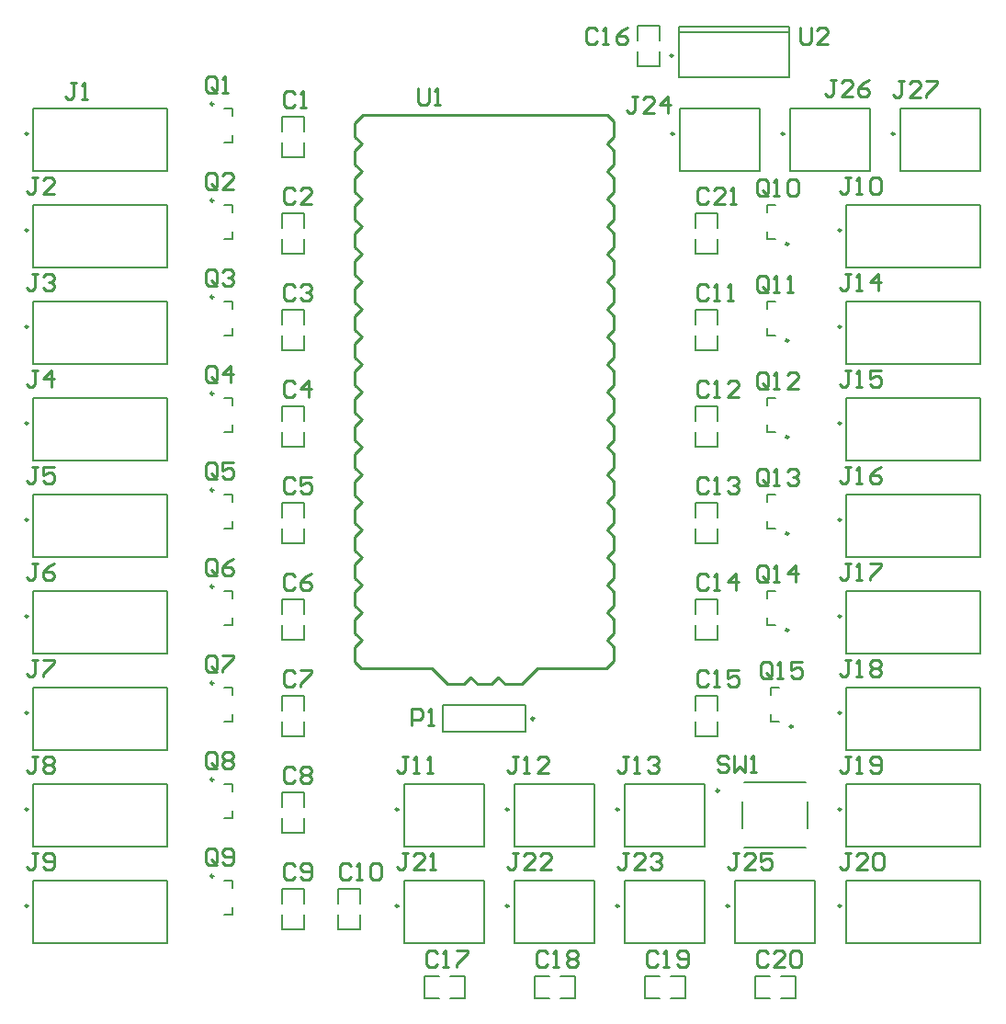
<source format=gto>
G04*
G04 #@! TF.GenerationSoftware,Altium Limited,Altium Designer,22.0.2 (36)*
G04*
G04 Layer_Color=65535*
%FSLAX25Y25*%
%MOIN*%
G70*
G04*
G04 #@! TF.SameCoordinates,D3D46FE2-1C8D-4EF8-A088-ECFC07646440*
G04*
G04*
G04 #@! TF.FilePolarity,Positive*
G04*
G01*
G75*
%ADD10C,0.00984*%
%ADD11C,0.00787*%
%ADD12C,0.01000*%
D10*
X250354Y360000D02*
G03*
X250354Y360000I-492J0D01*
G01*
X267126Y93358D02*
G03*
X267126Y93358I-492J0D01*
G01*
X200051Y119500D02*
G03*
X200051Y119500I-492J0D01*
G01*
X330768Y331567D02*
G03*
X330768Y331567I-492J0D01*
G01*
X293823Y116626D02*
G03*
X293823Y116626I-492J0D01*
G01*
X292323Y151626D02*
G03*
X292323Y151626I-492J0D01*
G01*
Y186626D02*
G03*
X292323Y186626I-492J0D01*
G01*
Y221626D02*
G03*
X292323Y221626I-492J0D01*
G01*
Y256626D02*
G03*
X292323Y256626I-492J0D01*
G01*
X292323Y291626D02*
G03*
X292323Y291626I-492J0D01*
G01*
X83661Y62374D02*
G03*
X83661Y62374I-492J0D01*
G01*
Y97374D02*
G03*
X83661Y97374I-492J0D01*
G01*
Y132374D02*
G03*
X83661Y132374I-492J0D01*
G01*
Y167374D02*
G03*
X83661Y167374I-492J0D01*
G01*
X83661Y202374D02*
G03*
X83661Y202374I-492J0D01*
G01*
X83661Y237374D02*
G03*
X83661Y237374I-492J0D01*
G01*
Y272374D02*
G03*
X83661Y272374I-492J0D01*
G01*
X83661Y307374D02*
G03*
X83661Y307374I-492J0D01*
G01*
X83661Y342374D02*
G03*
X83661Y342374I-492J0D01*
G01*
X290768Y331567D02*
G03*
X290768Y331567I-492J0D01*
G01*
X270768Y51567D02*
G03*
X270768Y51567I-492J0D01*
G01*
X250768Y331567D02*
G03*
X250768Y331567I-492J0D01*
G01*
X230768Y51567D02*
G03*
X230768Y51567I-492J0D01*
G01*
X190768D02*
G03*
X190768Y51567I-492J0D01*
G01*
X150768D02*
G03*
X150768Y51567I-492J0D01*
G01*
X311417Y51567D02*
G03*
X311417Y51567I-492J0D01*
G01*
Y86567D02*
G03*
X311417Y86567I-492J0D01*
G01*
X311417Y121567D02*
G03*
X311417Y121567I-492J0D01*
G01*
Y156567D02*
G03*
X311417Y156567I-492J0D01*
G01*
X311417Y191567D02*
G03*
X311417Y191567I-492J0D01*
G01*
Y226567D02*
G03*
X311417Y226567I-492J0D01*
G01*
X311417Y261567D02*
G03*
X311417Y261567I-492J0D01*
G01*
X230768Y86567D02*
G03*
X230768Y86567I-492J0D01*
G01*
X190768D02*
G03*
X190768Y86567I-492J0D01*
G01*
X150768D02*
G03*
X150768Y86567I-492J0D01*
G01*
X311417Y296567D02*
G03*
X311417Y296567I-492J0D01*
G01*
X16417Y51567D02*
G03*
X16417Y51567I-492J0D01*
G01*
Y86567D02*
G03*
X16417Y86567I-492J0D01*
G01*
Y121567D02*
G03*
X16417Y121567I-492J0D01*
G01*
X16417Y156567D02*
G03*
X16417Y156567I-492J0D01*
G01*
Y191567D02*
G03*
X16417Y191567I-492J0D01*
G01*
Y226567D02*
G03*
X16417Y226567I-492J0D01*
G01*
X16417Y261567D02*
G03*
X16417Y261567I-492J0D01*
G01*
X16417Y296567D02*
G03*
X16417Y296567I-492J0D01*
G01*
X16417Y331567D02*
G03*
X16417Y331567I-492J0D01*
G01*
D11*
X266500Y297468D02*
Y302800D01*
Y288100D02*
Y293531D01*
X258563Y302850D02*
X266437D01*
X258500Y297468D02*
Y302800D01*
X258563Y288100D02*
X266437D01*
X258500D02*
Y293531D01*
X289469Y26000D02*
X294900D01*
X289469Y18000D02*
X294900D01*
Y18063D02*
Y25937D01*
X280200Y26000D02*
X285531D01*
X280200Y18000D02*
X285531D01*
X280150Y18063D02*
Y25937D01*
X249468Y26000D02*
X254900D01*
X249468Y18000D02*
X254900D01*
Y18063D02*
Y25937D01*
X240200Y26000D02*
X245532D01*
X240200Y18000D02*
X245532D01*
X240150Y18063D02*
Y25937D01*
X209469Y26000D02*
X214900D01*
X209469Y18000D02*
X214900D01*
Y18063D02*
Y25937D01*
X200200Y26000D02*
X205532D01*
X200200Y18000D02*
X205532D01*
X200150Y18063D02*
Y25937D01*
X169468Y26000D02*
X174900D01*
X169468Y18000D02*
X174900D01*
Y18063D02*
Y25937D01*
X160200Y26000D02*
X165532D01*
X160200Y18000D02*
X165532D01*
X160150Y18063D02*
Y25937D01*
X266500Y157468D02*
Y162800D01*
Y148100D02*
Y153532D01*
X258563Y162850D02*
X266437D01*
X258500Y157468D02*
Y162800D01*
X258563Y148100D02*
X266437D01*
X258500D02*
Y153532D01*
X266500Y227468D02*
Y232800D01*
Y218100D02*
Y223532D01*
X258563Y232850D02*
X266437D01*
X258500Y227468D02*
Y232800D01*
X258563Y218100D02*
X266437D01*
X258500D02*
Y223532D01*
X137000Y52469D02*
Y57800D01*
Y43100D02*
Y48531D01*
X129063Y57850D02*
X136937D01*
X129000Y52469D02*
Y57800D01*
X129063Y43100D02*
X136937D01*
X129000D02*
Y48531D01*
X116500Y87468D02*
Y92800D01*
Y78100D02*
Y83531D01*
X108563Y92850D02*
X116437D01*
X108500Y87468D02*
Y92800D01*
X108563Y78100D02*
X116437D01*
X108500D02*
Y83531D01*
X116500Y157468D02*
Y162800D01*
Y148100D02*
Y153532D01*
X108563Y162850D02*
X116437D01*
X108500Y157468D02*
Y162800D01*
X108563Y148100D02*
X116437D01*
X108500D02*
Y153532D01*
X116500Y227468D02*
Y232800D01*
Y218100D02*
Y223532D01*
X108563Y232850D02*
X116437D01*
X108500Y227468D02*
Y232800D01*
X108563Y218100D02*
X116437D01*
X108500D02*
Y223532D01*
X116500Y297468D02*
Y302800D01*
Y288100D02*
Y293531D01*
X108563Y302850D02*
X116437D01*
X108500Y297468D02*
Y302800D01*
X108563Y288100D02*
X116437D01*
X108500D02*
Y293531D01*
X245500Y365469D02*
Y370800D01*
Y356100D02*
Y361531D01*
X237563Y370850D02*
X245437D01*
X237500Y365469D02*
Y370800D01*
X237563Y356100D02*
X245437D01*
X237500D02*
Y361531D01*
X292579Y351969D02*
Y370472D01*
X252421D02*
X292579D01*
X252421Y368504D02*
X292579D01*
X252421Y351969D02*
X292579D01*
X252421D02*
Y370472D01*
X266500Y262469D02*
Y267800D01*
Y253100D02*
Y258531D01*
X258563Y267850D02*
X266437D01*
X258500Y262469D02*
Y267800D01*
X258563Y253100D02*
X266437D01*
X258500D02*
Y258531D01*
X276378Y96311D02*
X298622D01*
X299311Y79677D02*
Y89323D01*
X275689Y79677D02*
Y89323D01*
X276378Y72689D02*
X298622D01*
X266500Y122468D02*
Y127800D01*
Y113100D02*
Y118532D01*
X258563Y127850D02*
X266437D01*
X258500Y122468D02*
Y127800D01*
X258563Y113100D02*
X266437D01*
X258500D02*
Y118532D01*
X266500Y192469D02*
Y197800D01*
Y183100D02*
Y188531D01*
X258563Y197850D02*
X266437D01*
X258500Y192469D02*
Y197800D01*
X258563Y183100D02*
X266437D01*
X258500D02*
Y188531D01*
X116500Y52469D02*
Y57800D01*
Y43100D02*
Y48531D01*
X108563Y57850D02*
X116437D01*
X108500Y52469D02*
Y57800D01*
X108563Y43100D02*
X116437D01*
X108500D02*
Y48531D01*
X116500Y122468D02*
Y127800D01*
Y113100D02*
Y118532D01*
X108563Y127850D02*
X116437D01*
X108500Y122468D02*
Y127800D01*
X108563Y113100D02*
X116437D01*
X108500D02*
Y118532D01*
X116500Y192469D02*
Y197800D01*
Y183100D02*
Y188531D01*
X108563Y197850D02*
X116437D01*
X108500Y192469D02*
Y197800D01*
X108563Y183100D02*
X116437D01*
X108500D02*
Y188531D01*
X116500Y262469D02*
Y267800D01*
Y253100D02*
Y258531D01*
X108563Y267850D02*
X116437D01*
X108500Y262469D02*
Y267800D01*
X108563Y253100D02*
X116437D01*
X108500D02*
Y258531D01*
X116500Y332469D02*
Y337800D01*
Y323100D02*
Y328532D01*
X108563Y337850D02*
X116437D01*
X108500Y332469D02*
Y337800D01*
X108563Y323100D02*
X116437D01*
X108500D02*
Y328532D01*
X197000Y114598D02*
Y124402D01*
X167000D02*
X197000D01*
X167000Y114598D02*
X197000D01*
X167000D02*
Y124402D01*
X332933Y340819D02*
X362067D01*
Y318181D02*
Y340819D01*
X332933Y318181D02*
Y340819D01*
Y318181D02*
X362067D01*
X286047Y130602D02*
X289051D01*
X286047Y128043D02*
Y130602D01*
Y118398D02*
X289051D01*
X286047D02*
Y120957D01*
X284547Y165602D02*
X287551D01*
X284547Y163043D02*
Y165602D01*
Y153398D02*
X287551D01*
X284547D02*
Y155957D01*
Y200602D02*
X287551D01*
X284547Y198043D02*
Y200602D01*
Y188398D02*
X287551D01*
X284547D02*
Y190957D01*
Y235602D02*
X287551D01*
X284547Y233043D02*
Y235602D01*
Y223398D02*
X287551D01*
X284547D02*
Y225957D01*
Y270602D02*
X287551D01*
X284547Y268043D02*
Y270602D01*
Y258398D02*
X287551D01*
X284547D02*
Y260957D01*
Y305602D02*
X287551D01*
X284547D02*
X284547Y303043D01*
X284547Y293398D02*
X287551D01*
X284547D02*
X284547Y295957D01*
X90453Y58043D02*
Y60602D01*
X87449D02*
X90453D01*
Y48398D02*
Y50957D01*
X87449Y48398D02*
X90453D01*
Y93043D02*
Y95602D01*
X87449D02*
X90453D01*
Y83398D02*
Y85957D01*
X87449Y83398D02*
X90453D01*
Y128043D02*
Y130602D01*
X87449D02*
X90453D01*
Y118398D02*
Y120957D01*
X87449Y118398D02*
X90453D01*
Y163043D02*
Y165602D01*
X87449D02*
X90453D01*
Y153398D02*
Y155957D01*
X87449Y153398D02*
X90453D01*
Y198043D02*
Y200602D01*
X87449D02*
X90453D01*
Y188398D02*
Y190957D01*
X87449Y188398D02*
X90453D01*
Y233043D02*
Y235602D01*
X87449D02*
X90453D01*
Y223398D02*
Y225957D01*
X87449Y223398D02*
X90453D01*
Y268043D02*
Y270602D01*
X87449D02*
X90453D01*
Y258398D02*
Y260957D01*
X87449Y258398D02*
X90453D01*
X90453Y303043D02*
X90453Y305602D01*
X87449D02*
X90453D01*
X90453Y295957D02*
X90453Y293398D01*
X87449D02*
X90453D01*
Y338043D02*
Y340602D01*
X87449D02*
X90453D01*
Y328398D02*
Y330957D01*
X87449Y328398D02*
X90453D01*
X292933Y340819D02*
X322067D01*
Y318181D02*
Y340819D01*
X292933Y318181D02*
Y340819D01*
Y318181D02*
X322067D01*
X272933Y60819D02*
X302067D01*
Y38181D02*
Y60819D01*
X272933Y38181D02*
Y60819D01*
Y38181D02*
X302067D01*
X252933Y340819D02*
X282067D01*
Y318181D02*
Y340819D01*
X252933Y318181D02*
Y340819D01*
Y318181D02*
X282067D01*
X232933Y60819D02*
X262067D01*
Y38181D02*
Y60819D01*
X232933Y38181D02*
Y60819D01*
Y38181D02*
X262067D01*
X192933Y60819D02*
X222067D01*
Y38181D02*
Y60819D01*
X192933Y38181D02*
Y60819D01*
Y38181D02*
X222067D01*
X152933Y60819D02*
X182067D01*
Y38181D02*
Y60819D01*
X152933Y38181D02*
Y60819D01*
Y38181D02*
X182067D01*
X361909Y38181D02*
X361910Y60819D01*
X313090Y38181D02*
X361909Y38181D01*
X313090Y60819D02*
X361910D01*
X313090D02*
X313090Y38181D01*
X361909Y73181D02*
X361910Y95819D01*
X313090Y73181D02*
X361909Y73181D01*
X313090Y95819D02*
X361910D01*
X313090D02*
X313090Y73181D01*
X313090Y130819D02*
X361910D01*
X361909Y108181D02*
X361910Y130819D01*
X313090Y108181D02*
X361909Y108181D01*
X313090Y108181D02*
Y130819D01*
Y165819D02*
X361910D01*
X361909Y143181D02*
X361910Y165819D01*
X313090Y143181D02*
X361909Y143181D01*
X313090Y143181D02*
Y165819D01*
Y200819D02*
X361909Y200819D01*
X361910Y178181D01*
X313090D02*
Y200819D01*
Y178181D02*
X361910D01*
X313090Y235819D02*
X361909Y235819D01*
X361910Y213181D01*
X313090D02*
X361910D01*
X313090D02*
Y235819D01*
X313090Y270819D02*
X361910D01*
Y248181D02*
Y270819D01*
X313090Y248181D02*
Y270819D01*
Y248181D02*
X361910Y248181D01*
X232933Y95819D02*
X262067D01*
Y73181D02*
Y95819D01*
X232933Y73181D02*
Y95819D01*
Y73181D02*
X262067D01*
X192933Y95819D02*
X222067D01*
Y73181D02*
Y95819D01*
X192933Y73181D02*
Y95819D01*
Y73181D02*
X222067D01*
X152933Y95819D02*
X182067D01*
Y73181D02*
Y95819D01*
X152933Y73181D02*
Y95819D01*
Y73181D02*
X182067D01*
X361910Y305819D02*
X361910Y283181D01*
X313090Y283181D02*
Y305819D01*
Y283181D02*
X361910Y283181D01*
X313090Y305819D02*
X361910Y305819D01*
X66909Y60819D02*
X66909Y38181D01*
X18090Y38181D02*
Y60819D01*
Y38181D02*
X66909Y38181D01*
X18090Y60819D02*
X66909Y60819D01*
Y73181D02*
X66909Y95819D01*
X18090Y73181D02*
Y95819D01*
Y73181D02*
X66909Y73181D01*
X18090Y95819D02*
X66909Y95819D01*
X66909Y108181D02*
X66909Y130819D01*
X18090Y108181D02*
Y130819D01*
Y108181D02*
X66909Y108181D01*
X18090Y130819D02*
X66909Y130819D01*
X18090Y143181D02*
X66909Y143181D01*
Y165819D01*
X18090Y165819D02*
X66909Y165819D01*
X18090Y143181D02*
Y165819D01*
Y178181D02*
X66909Y178181D01*
X18090Y178181D02*
Y200819D01*
X66909Y178181D02*
Y200819D01*
X18090Y200819D02*
X66909Y200819D01*
X18090Y213181D02*
X66909Y213181D01*
Y235819D01*
X18090Y235819D02*
X66909Y235819D01*
X18090Y213181D02*
Y235819D01*
X66909Y270819D02*
X66909Y248181D01*
X18090Y248181D02*
Y270819D01*
Y248181D02*
X66909Y248181D01*
X18090Y270819D02*
X66909Y270819D01*
X66909Y305819D02*
X66909Y283181D01*
X18090Y283181D02*
Y305819D01*
Y283181D02*
X66909Y283181D01*
X18090Y305819D02*
X66909Y305819D01*
X66909Y318181D02*
Y340819D01*
X18090Y318181D02*
Y340819D01*
Y318181D02*
X66909D01*
X18090Y340819D02*
X66909Y340819D01*
D12*
X184500Y132000D02*
X187000Y134500D01*
X177000D02*
X179500Y132000D01*
X189500D02*
X195500D01*
X187000Y134500D02*
X189500Y132000D01*
X168500D02*
X174500D01*
X177000Y134500D01*
X179500Y132000D02*
X184500D01*
X201150Y137650D02*
X223287D01*
X195500Y132000D02*
X201150Y137650D01*
X137350D02*
X162850D01*
X168500Y132000D01*
X223287Y137650D02*
X226150D01*
X137937Y338437D02*
X140610D01*
X135000Y330500D02*
X137500Y328000D01*
X135000Y325500D02*
X137500Y328000D01*
X135000Y335500D02*
X137937Y338437D01*
X135000Y330500D02*
Y335500D01*
Y210500D02*
Y215500D01*
X137500Y218000D01*
X135000Y220500D02*
Y225500D01*
Y230500D02*
X137500Y228000D01*
X135000Y210500D02*
X137500Y208000D01*
X135000Y230500D02*
Y235500D01*
Y220500D02*
X137500Y218000D01*
X135000Y235500D02*
X137500Y238000D01*
X135000Y225500D02*
X137500Y228000D01*
X135000Y205500D02*
X137500Y208000D01*
X135000Y320500D02*
Y325500D01*
Y320500D02*
X137500Y318000D01*
X135000Y315500D02*
X137500Y318000D01*
X135000Y285500D02*
X137500Y288000D01*
X135000Y290500D02*
Y295500D01*
Y300500D02*
X137500Y298000D01*
X135000Y310500D02*
X137500Y308000D01*
X135000Y300500D02*
Y305500D01*
Y310500D02*
Y315500D01*
Y290500D02*
X137500Y288000D01*
X135000Y305500D02*
X137500Y308000D01*
X135000Y295500D02*
X137500Y298000D01*
X135000Y280500D02*
Y285500D01*
Y240500D02*
X137500Y238000D01*
X135000Y245500D02*
X137500Y248000D01*
X135000Y250500D02*
Y255500D01*
Y240500D02*
Y245500D01*
Y250500D02*
X137500Y248000D01*
X135000Y255500D02*
X137500Y258000D01*
X135000Y170500D02*
X137500Y168000D01*
X135000Y180500D02*
X137500Y178000D01*
X135000Y195500D02*
X137500Y198000D01*
X135000Y200500D02*
Y205500D01*
Y190500D02*
Y195500D01*
Y180500D02*
Y185500D01*
Y200500D02*
X137500Y198000D01*
X135000Y170500D02*
Y175500D01*
Y165500D02*
X137500Y168000D01*
X135000Y185500D02*
X137500Y188000D01*
X135000Y190500D02*
X137500Y188000D01*
X135000Y175500D02*
X137500Y178000D01*
X135000Y140000D02*
Y145500D01*
Y150500D02*
X137500Y148000D01*
X135000Y160500D02*
X137500Y158000D01*
X135000Y150500D02*
Y155500D01*
Y145500D02*
X137500Y148000D01*
X135000Y140000D02*
X137350Y137650D01*
X135000Y155500D02*
X137500Y158000D01*
X135000Y160500D02*
Y165500D01*
Y265500D02*
X137500Y268000D01*
X135000Y270500D02*
Y275500D01*
X137500Y278000D01*
X135000Y260500D02*
X137500Y258000D01*
X135000Y260500D02*
Y265500D01*
Y270500D02*
X137500Y268000D01*
X135000Y280500D02*
X137500Y278000D01*
X226468Y147968D02*
X228969Y145468D01*
X226468Y147968D02*
X228969Y150469D01*
X226150Y137650D02*
X228969Y140469D01*
Y145468D01*
Y260469D02*
Y265469D01*
X226468Y257968D02*
X228969Y260469D01*
Y250468D02*
Y255469D01*
X226468Y247969D02*
X228969Y245468D01*
X226468Y267969D02*
X228969Y265469D01*
Y240469D02*
Y245468D01*
X226468Y257968D02*
X228969Y255469D01*
X226468Y237968D02*
X228969Y240469D01*
X226468Y247969D02*
X228969Y250468D01*
X226468Y267969D02*
X228969Y270468D01*
Y150469D02*
Y155468D01*
X226468Y157968D02*
X228969Y155468D01*
X226468Y157968D02*
X228969Y160468D01*
X226468Y187969D02*
X228969Y190469D01*
Y180468D02*
Y185468D01*
X226468Y177969D02*
X228969Y175469D01*
X226468Y167968D02*
X228969Y165469D01*
Y170468D02*
X228969Y175469D01*
X228969Y160468D02*
Y165469D01*
X226468Y187969D02*
X228969Y185468D01*
X226468Y167968D02*
X228969Y170468D01*
X226468Y177969D02*
X228969Y180468D01*
Y190469D02*
Y195468D01*
X226468Y237968D02*
X228969Y235469D01*
X226468Y227969D02*
X228969Y230469D01*
Y220468D02*
X228969Y225468D01*
X228969Y230469D02*
Y235469D01*
X226468Y227969D02*
X228969Y225468D01*
X226468Y217969D02*
X228969Y220468D01*
X226468Y307968D02*
X228969Y305469D01*
X226468Y297969D02*
X228969Y295468D01*
X226468Y277969D02*
X228969Y280469D01*
Y270468D02*
Y275468D01*
Y280469D02*
Y285469D01*
Y295468D02*
X228969Y290469D01*
X226468Y277969D02*
X228969Y275468D01*
Y300468D02*
Y305469D01*
X226468Y307968D02*
X228969Y310469D01*
X226468Y287968D02*
X228969Y290469D01*
X226468Y287968D02*
X228969Y285469D01*
X226468Y297969D02*
X228969Y300468D01*
X226468Y327969D02*
X228969Y325468D01*
X226468Y317969D02*
X228969Y315469D01*
X228969Y320468D02*
Y325468D01*
X226468Y327969D02*
X228969Y330469D01*
X226468Y317969D02*
X228969Y320468D01*
Y310469D02*
X228969Y315469D01*
X226468Y207968D02*
X228969Y210469D01*
Y205469D02*
X228969Y200468D01*
X226468Y197968D02*
X228969Y200468D01*
X226468Y217969D02*
X228969Y215469D01*
Y210469D02*
Y215469D01*
X226468Y207968D02*
X228969Y205469D01*
X226468Y197968D02*
X228969Y195468D01*
Y330469D02*
Y335968D01*
X140610Y338437D02*
X226500D01*
X228969Y335968D01*
X263099Y311198D02*
X262099Y312198D01*
X260100D01*
X259100Y311198D01*
Y307200D01*
X260100Y306200D01*
X262099D01*
X263099Y307200D01*
X269097Y306200D02*
X265098D01*
X269097Y310199D01*
Y311198D01*
X268097Y312198D01*
X266098D01*
X265098Y311198D01*
X271096Y306200D02*
X273095D01*
X272096D01*
Y312198D01*
X271096Y311198D01*
X284799Y34398D02*
X283799Y35398D01*
X281800D01*
X280800Y34398D01*
Y30400D01*
X281800Y29400D01*
X283799D01*
X284799Y30400D01*
X290797Y29400D02*
X286798D01*
X290797Y33399D01*
Y34398D01*
X289797Y35398D01*
X287798D01*
X286798Y34398D01*
X292796D02*
X293796Y35398D01*
X295795D01*
X296795Y34398D01*
Y30400D01*
X295795Y29400D01*
X293796D01*
X292796Y30400D01*
Y34398D01*
X244799D02*
X243799Y35398D01*
X241800D01*
X240800Y34398D01*
Y30400D01*
X241800Y29400D01*
X243799D01*
X244799Y30400D01*
X246798Y29400D02*
X248797D01*
X247798D01*
Y35398D01*
X246798Y34398D01*
X251796Y30400D02*
X252796Y29400D01*
X254796D01*
X255795Y30400D01*
Y34398D01*
X254796Y35398D01*
X252796D01*
X251796Y34398D01*
Y33399D01*
X252796Y32399D01*
X255795D01*
X204799Y34398D02*
X203799Y35398D01*
X201800D01*
X200800Y34398D01*
Y30400D01*
X201800Y29400D01*
X203799D01*
X204799Y30400D01*
X206798Y29400D02*
X208797D01*
X207798D01*
Y35398D01*
X206798Y34398D01*
X211796D02*
X212796Y35398D01*
X214795D01*
X215795Y34398D01*
Y33399D01*
X214795Y32399D01*
X215795Y31399D01*
Y30400D01*
X214795Y29400D01*
X212796D01*
X211796Y30400D01*
Y31399D01*
X212796Y32399D01*
X211796Y33399D01*
Y34398D01*
X212796Y32399D02*
X214795D01*
X164799Y34398D02*
X163799Y35398D01*
X161800D01*
X160800Y34398D01*
Y30400D01*
X161800Y29400D01*
X163799D01*
X164799Y30400D01*
X166798Y29400D02*
X168797D01*
X167798D01*
Y35398D01*
X166798Y34398D01*
X171796Y35398D02*
X175795D01*
Y34398D01*
X171796Y30400D01*
Y29400D01*
X263099Y171198D02*
X262099Y172198D01*
X260100D01*
X259100Y171198D01*
Y167200D01*
X260100Y166200D01*
X262099D01*
X263099Y167200D01*
X265098Y166200D02*
X267097D01*
X266098D01*
Y172198D01*
X265098Y171198D01*
X273095Y166200D02*
Y172198D01*
X270096Y169199D01*
X274095D01*
X263099Y241198D02*
X262099Y242198D01*
X260100D01*
X259100Y241198D01*
Y237200D01*
X260100Y236200D01*
X262099D01*
X263099Y237200D01*
X265098Y236200D02*
X267097D01*
X266098D01*
Y242198D01*
X265098Y241198D01*
X274095Y236200D02*
X270096D01*
X274095Y240199D01*
Y241198D01*
X273095Y242198D01*
X271096D01*
X270096Y241198D01*
X133599Y66198D02*
X132599Y67198D01*
X130600D01*
X129600Y66198D01*
Y62200D01*
X130600Y61200D01*
X132599D01*
X133599Y62200D01*
X135598Y61200D02*
X137597D01*
X136598D01*
Y67198D01*
X135598Y66198D01*
X140596D02*
X141596Y67198D01*
X143596D01*
X144595Y66198D01*
Y62200D01*
X143596Y61200D01*
X141596D01*
X140596Y62200D01*
Y66198D01*
X113099Y101198D02*
X112099Y102198D01*
X110100D01*
X109100Y101198D01*
Y97200D01*
X110100Y96200D01*
X112099D01*
X113099Y97200D01*
X115098Y101198D02*
X116098Y102198D01*
X118097D01*
X119097Y101198D01*
Y100199D01*
X118097Y99199D01*
X119097Y98199D01*
Y97200D01*
X118097Y96200D01*
X116098D01*
X115098Y97200D01*
Y98199D01*
X116098Y99199D01*
X115098Y100199D01*
Y101198D01*
X116098Y99199D02*
X118097D01*
X113099Y171198D02*
X112099Y172198D01*
X110100D01*
X109100Y171198D01*
Y167200D01*
X110100Y166200D01*
X112099D01*
X113099Y167200D01*
X119097Y172198D02*
X117097Y171198D01*
X115098Y169199D01*
Y167200D01*
X116098Y166200D01*
X118097D01*
X119097Y167200D01*
Y168199D01*
X118097Y169199D01*
X115098D01*
X113099Y241198D02*
X112099Y242198D01*
X110100D01*
X109100Y241198D01*
Y237200D01*
X110100Y236200D01*
X112099D01*
X113099Y237200D01*
X118097Y236200D02*
Y242198D01*
X115098Y239199D01*
X119097D01*
X113099Y311198D02*
X112099Y312198D01*
X110100D01*
X109100Y311198D01*
Y307200D01*
X110100Y306200D01*
X112099D01*
X113099Y307200D01*
X119097Y306200D02*
X115098D01*
X119097Y310199D01*
Y311198D01*
X118097Y312198D01*
X116098D01*
X115098Y311198D01*
X223001Y368999D02*
X222002Y369999D01*
X220002D01*
X219002Y368999D01*
Y365001D01*
X220002Y364001D01*
X222002D01*
X223001Y365001D01*
X225001Y364001D02*
X227000D01*
X226000D01*
Y369999D01*
X225001Y368999D01*
X233998Y369999D02*
X231998Y368999D01*
X229999Y367000D01*
Y365001D01*
X230998Y364001D01*
X232998D01*
X233998Y365001D01*
Y366000D01*
X232998Y367000D01*
X229999D01*
X296502Y369999D02*
Y365001D01*
X297501Y364001D01*
X299501D01*
X300500Y365001D01*
Y369999D01*
X306498Y364001D02*
X302500D01*
X306498Y368000D01*
Y368999D01*
X305499Y369999D01*
X303499D01*
X302500Y368999D01*
X263099Y276198D02*
X262099Y277198D01*
X260100D01*
X259100Y276198D01*
Y272200D01*
X260100Y271200D01*
X262099D01*
X263099Y272200D01*
X265098Y271200D02*
X267097D01*
X266098D01*
Y277198D01*
X265098Y276198D01*
X270096Y271200D02*
X272096D01*
X271096D01*
Y277198D01*
X270096Y276198D01*
X270599Y105098D02*
X269599Y106098D01*
X267600D01*
X266600Y105098D01*
Y104099D01*
X267600Y103099D01*
X269599D01*
X270599Y102099D01*
Y101100D01*
X269599Y100100D01*
X267600D01*
X266600Y101100D01*
X272598Y106098D02*
Y100100D01*
X274597Y102099D01*
X276597Y100100D01*
Y106098D01*
X278596Y100100D02*
X280595D01*
X279596D01*
Y106098D01*
X278596Y105098D01*
X263099Y136198D02*
X262099Y137198D01*
X260100D01*
X259100Y136198D01*
Y132200D01*
X260100Y131200D01*
X262099D01*
X263099Y132200D01*
X265098Y131200D02*
X267097D01*
X266098D01*
Y137198D01*
X265098Y136198D01*
X274095Y137198D02*
X270096D01*
Y134199D01*
X272096Y135199D01*
X273095D01*
X274095Y134199D01*
Y132200D01*
X273095Y131200D01*
X271096D01*
X270096Y132200D01*
X263099Y206198D02*
X262099Y207198D01*
X260100D01*
X259100Y206198D01*
Y202200D01*
X260100Y201200D01*
X262099D01*
X263099Y202200D01*
X265098Y201200D02*
X267097D01*
X266098D01*
Y207198D01*
X265098Y206198D01*
X270096D02*
X271096Y207198D01*
X273095D01*
X274095Y206198D01*
Y205199D01*
X273095Y204199D01*
X272096D01*
X273095D01*
X274095Y203199D01*
Y202200D01*
X273095Y201200D01*
X271096D01*
X270096Y202200D01*
X113099Y66198D02*
X112099Y67198D01*
X110100D01*
X109100Y66198D01*
Y62200D01*
X110100Y61200D01*
X112099D01*
X113099Y62200D01*
X115098D02*
X116098Y61200D01*
X118097D01*
X119097Y62200D01*
Y66198D01*
X118097Y67198D01*
X116098D01*
X115098Y66198D01*
Y65199D01*
X116098Y64199D01*
X119097D01*
X113099Y136198D02*
X112099Y137198D01*
X110100D01*
X109100Y136198D01*
Y132200D01*
X110100Y131200D01*
X112099D01*
X113099Y132200D01*
X115098Y137198D02*
X119097D01*
Y136198D01*
X115098Y132200D01*
Y131200D01*
X113099Y206198D02*
X112099Y207198D01*
X110100D01*
X109100Y206198D01*
Y202200D01*
X110100Y201200D01*
X112099D01*
X113099Y202200D01*
X119097Y207198D02*
X115098D01*
Y204199D01*
X117097Y205199D01*
X118097D01*
X119097Y204199D01*
Y202200D01*
X118097Y201200D01*
X116098D01*
X115098Y202200D01*
X113099Y276198D02*
X112099Y277198D01*
X110100D01*
X109100Y276198D01*
Y272200D01*
X110100Y271200D01*
X112099D01*
X113099Y272200D01*
X115098Y276198D02*
X116098Y277198D01*
X118097D01*
X119097Y276198D01*
Y275199D01*
X118097Y274199D01*
X117097D01*
X118097D01*
X119097Y273199D01*
Y272200D01*
X118097Y271200D01*
X116098D01*
X115098Y272200D01*
X113099Y346198D02*
X112099Y347198D01*
X110100D01*
X109100Y346198D01*
Y342200D01*
X110100Y341200D01*
X112099D01*
X113099Y342200D01*
X115098Y341200D02*
X117097D01*
X116098D01*
Y347198D01*
X115098Y346198D01*
X155501Y117001D02*
Y122999D01*
X158500D01*
X159500Y121999D01*
Y120000D01*
X158500Y119000D01*
X155501D01*
X161499Y117001D02*
X163499D01*
X162499D01*
Y122999D01*
X161499Y121999D01*
X334299Y350598D02*
X332299D01*
X333299D01*
Y345600D01*
X332299Y344600D01*
X331300D01*
X330300Y345600D01*
X340297Y344600D02*
X336298D01*
X340297Y348599D01*
Y349598D01*
X339297Y350598D01*
X337298D01*
X336298Y349598D01*
X342296Y350598D02*
X346295D01*
Y349598D01*
X342296Y345600D01*
Y344600D01*
X286399Y135100D02*
Y139098D01*
X285399Y140098D01*
X283400D01*
X282400Y139098D01*
Y135100D01*
X283400Y134100D01*
X285399D01*
X284399Y136099D02*
X286399Y134100D01*
X285399D02*
X286399Y135100D01*
X288398Y134100D02*
X290397D01*
X289398D01*
Y140098D01*
X288398Y139098D01*
X297395Y140098D02*
X293396D01*
Y137099D01*
X295396Y138099D01*
X296395D01*
X297395Y137099D01*
Y135100D01*
X296395Y134100D01*
X294396D01*
X293396Y135100D01*
X284899Y170100D02*
Y174098D01*
X283899Y175098D01*
X281900D01*
X280900Y174098D01*
Y170100D01*
X281900Y169100D01*
X283899D01*
X282899Y171099D02*
X284899Y169100D01*
X283899D02*
X284899Y170100D01*
X286898Y169100D02*
X288897D01*
X287898D01*
Y175098D01*
X286898Y174098D01*
X294896Y169100D02*
Y175098D01*
X291896Y172099D01*
X295895D01*
X284899Y205100D02*
Y209098D01*
X283899Y210098D01*
X281900D01*
X280900Y209098D01*
Y205100D01*
X281900Y204100D01*
X283899D01*
X282899Y206099D02*
X284899Y204100D01*
X283899D02*
X284899Y205100D01*
X286898Y204100D02*
X288897D01*
X287898D01*
Y210098D01*
X286898Y209098D01*
X291896D02*
X292896Y210098D01*
X294896D01*
X295895Y209098D01*
Y208099D01*
X294896Y207099D01*
X293896D01*
X294896D01*
X295895Y206099D01*
Y205100D01*
X294896Y204100D01*
X292896D01*
X291896Y205100D01*
X284899Y240100D02*
Y244098D01*
X283899Y245098D01*
X281900D01*
X280900Y244098D01*
Y240100D01*
X281900Y239100D01*
X283899D01*
X282899Y241099D02*
X284899Y239100D01*
X283899D02*
X284899Y240100D01*
X286898Y239100D02*
X288897D01*
X287898D01*
Y245098D01*
X286898Y244098D01*
X295895Y239100D02*
X291896D01*
X295895Y243099D01*
Y244098D01*
X294896Y245098D01*
X292896D01*
X291896Y244098D01*
X284899Y275100D02*
Y279098D01*
X283899Y280098D01*
X281900D01*
X280900Y279098D01*
Y275100D01*
X281900Y274100D01*
X283899D01*
X282899Y276099D02*
X284899Y274100D01*
X283899D02*
X284899Y275100D01*
X286898Y274100D02*
X288897D01*
X287898D01*
Y280098D01*
X286898Y279098D01*
X291896Y274100D02*
X293896D01*
X292896D01*
Y280098D01*
X291896Y279098D01*
X284899Y310100D02*
Y314098D01*
X283899Y315098D01*
X281900D01*
X280900Y314098D01*
Y310100D01*
X281900Y309100D01*
X283899D01*
X282899Y311099D02*
X284899Y309100D01*
X283899D02*
X284899Y310100D01*
X286898Y309100D02*
X288897D01*
X287898D01*
Y315098D01*
X286898Y314098D01*
X291896D02*
X292896Y315098D01*
X294896D01*
X295895Y314098D01*
Y310100D01*
X294896Y309100D01*
X292896D01*
X291896Y310100D01*
Y314098D01*
X84899Y67400D02*
Y71398D01*
X83899Y72398D01*
X81900D01*
X80900Y71398D01*
Y67400D01*
X81900Y66400D01*
X83899D01*
X82899Y68399D02*
X84899Y66400D01*
X83899D02*
X84899Y67400D01*
X86898D02*
X87898Y66400D01*
X89897D01*
X90897Y67400D01*
Y71398D01*
X89897Y72398D01*
X87898D01*
X86898Y71398D01*
Y70399D01*
X87898Y69399D01*
X90897D01*
X84899Y102400D02*
Y106398D01*
X83899Y107398D01*
X81900D01*
X80900Y106398D01*
Y102400D01*
X81900Y101400D01*
X83899D01*
X82899Y103399D02*
X84899Y101400D01*
X83899D02*
X84899Y102400D01*
X86898Y106398D02*
X87898Y107398D01*
X89897D01*
X90897Y106398D01*
Y105399D01*
X89897Y104399D01*
X90897Y103399D01*
Y102400D01*
X89897Y101400D01*
X87898D01*
X86898Y102400D01*
Y103399D01*
X87898Y104399D01*
X86898Y105399D01*
Y106398D01*
X87898Y104399D02*
X89897D01*
X84899Y137400D02*
Y141398D01*
X83899Y142398D01*
X81900D01*
X80900Y141398D01*
Y137400D01*
X81900Y136400D01*
X83899D01*
X82899Y138399D02*
X84899Y136400D01*
X83899D02*
X84899Y137400D01*
X86898Y142398D02*
X90897D01*
Y141398D01*
X86898Y137400D01*
Y136400D01*
X84899Y172400D02*
Y176398D01*
X83899Y177398D01*
X81900D01*
X80900Y176398D01*
Y172400D01*
X81900Y171400D01*
X83899D01*
X82899Y173399D02*
X84899Y171400D01*
X83899D02*
X84899Y172400D01*
X90897Y177398D02*
X88897Y176398D01*
X86898Y174399D01*
Y172400D01*
X87898Y171400D01*
X89897D01*
X90897Y172400D01*
Y173399D01*
X89897Y174399D01*
X86898D01*
X84899Y207400D02*
Y211398D01*
X83899Y212398D01*
X81900D01*
X80900Y211398D01*
Y207400D01*
X81900Y206400D01*
X83899D01*
X82899Y208399D02*
X84899Y206400D01*
X83899D02*
X84899Y207400D01*
X90897Y212398D02*
X86898D01*
Y209399D01*
X88897Y210399D01*
X89897D01*
X90897Y209399D01*
Y207400D01*
X89897Y206400D01*
X87898D01*
X86898Y207400D01*
X84899Y242400D02*
Y246398D01*
X83899Y247398D01*
X81900D01*
X80900Y246398D01*
Y242400D01*
X81900Y241400D01*
X83899D01*
X82899Y243399D02*
X84899Y241400D01*
X83899D02*
X84899Y242400D01*
X89897Y241400D02*
Y247398D01*
X86898Y244399D01*
X90897D01*
X84899Y277400D02*
Y281398D01*
X83899Y282398D01*
X81900D01*
X80900Y281398D01*
Y277400D01*
X81900Y276400D01*
X83899D01*
X82899Y278399D02*
X84899Y276400D01*
X83899D02*
X84899Y277400D01*
X86898Y281398D02*
X87898Y282398D01*
X89897D01*
X90897Y281398D01*
Y280399D01*
X89897Y279399D01*
X88897D01*
X89897D01*
X90897Y278399D01*
Y277400D01*
X89897Y276400D01*
X87898D01*
X86898Y277400D01*
X84899Y312400D02*
Y316398D01*
X83899Y317398D01*
X81900D01*
X80900Y316398D01*
Y312400D01*
X81900Y311400D01*
X83899D01*
X82899Y313399D02*
X84899Y311400D01*
X83899D02*
X84899Y312400D01*
X90897Y311400D02*
X86898D01*
X90897Y315399D01*
Y316398D01*
X89897Y317398D01*
X87898D01*
X86898Y316398D01*
X84899Y347400D02*
Y351398D01*
X83899Y352398D01*
X81900D01*
X80900Y351398D01*
Y347400D01*
X81900Y346400D01*
X83899D01*
X82899Y348399D02*
X84899Y346400D01*
X83899D02*
X84899Y347400D01*
X86898Y346400D02*
X88897D01*
X87898D01*
Y352398D01*
X86898Y351398D01*
X309501Y350999D02*
X307502D01*
X308502D01*
Y346001D01*
X307502Y345001D01*
X306502D01*
X305503Y346001D01*
X315499Y345001D02*
X311501D01*
X315499Y349000D01*
Y349999D01*
X314500Y350999D01*
X312500D01*
X311501Y349999D01*
X321497Y350999D02*
X319498Y349999D01*
X317499Y348000D01*
Y346001D01*
X318498Y345001D01*
X320498D01*
X321497Y346001D01*
Y347000D01*
X320498Y348000D01*
X317499D01*
X274299Y70598D02*
X272299D01*
X273299D01*
Y65600D01*
X272299Y64600D01*
X271300D01*
X270300Y65600D01*
X280297Y64600D02*
X276298D01*
X280297Y68599D01*
Y69598D01*
X279297Y70598D01*
X277298D01*
X276298Y69598D01*
X286295Y70598D02*
X282296D01*
Y67599D01*
X284296Y68599D01*
X285295D01*
X286295Y67599D01*
Y65600D01*
X285295Y64600D01*
X283296D01*
X282296Y65600D01*
X237501Y344999D02*
X235502D01*
X236502D01*
Y340001D01*
X235502Y339001D01*
X234502D01*
X233503Y340001D01*
X243499Y339001D02*
X239501D01*
X243499Y343000D01*
Y343999D01*
X242500Y344999D01*
X240500D01*
X239501Y343999D01*
X248498Y339001D02*
Y344999D01*
X245499Y342000D01*
X249497D01*
X234299Y70598D02*
X232299D01*
X233299D01*
Y65600D01*
X232299Y64600D01*
X231300D01*
X230300Y65600D01*
X240297Y64600D02*
X236298D01*
X240297Y68599D01*
Y69598D01*
X239297Y70598D01*
X237298D01*
X236298Y69598D01*
X242296D02*
X243296Y70598D01*
X245295D01*
X246295Y69598D01*
Y68599D01*
X245295Y67599D01*
X244296D01*
X245295D01*
X246295Y66599D01*
Y65600D01*
X245295Y64600D01*
X243296D01*
X242296Y65600D01*
X194299Y70598D02*
X192299D01*
X193299D01*
Y65600D01*
X192299Y64600D01*
X191300D01*
X190300Y65600D01*
X200297Y64600D02*
X196298D01*
X200297Y68599D01*
Y69598D01*
X199297Y70598D01*
X197298D01*
X196298Y69598D01*
X206295Y64600D02*
X202296D01*
X206295Y68599D01*
Y69598D01*
X205295Y70598D01*
X203296D01*
X202296Y69598D01*
X154299Y70598D02*
X152299D01*
X153299D01*
Y65600D01*
X152299Y64600D01*
X151300D01*
X150300Y65600D01*
X160297Y64600D02*
X156298D01*
X160297Y68599D01*
Y69598D01*
X159297Y70598D01*
X157298D01*
X156298Y69598D01*
X162296Y64600D02*
X164295D01*
X163296D01*
Y70598D01*
X162296Y69598D01*
X314899Y70598D02*
X312899D01*
X313899D01*
Y65600D01*
X312899Y64600D01*
X311900D01*
X310900Y65600D01*
X320897Y64600D02*
X316898D01*
X320897Y68599D01*
Y69598D01*
X319897Y70598D01*
X317898D01*
X316898Y69598D01*
X322896D02*
X323896Y70598D01*
X325895D01*
X326895Y69598D01*
Y65600D01*
X325895Y64600D01*
X323896D01*
X322896Y65600D01*
Y69598D01*
X314899Y105598D02*
X312899D01*
X313899D01*
Y100600D01*
X312899Y99600D01*
X311900D01*
X310900Y100600D01*
X316898Y99600D02*
X318897D01*
X317898D01*
Y105598D01*
X316898Y104598D01*
X321896Y100600D02*
X322896Y99600D01*
X324896D01*
X325895Y100600D01*
Y104598D01*
X324896Y105598D01*
X322896D01*
X321896Y104598D01*
Y103599D01*
X322896Y102599D01*
X325895D01*
X314899Y140598D02*
X312899D01*
X313899D01*
Y135600D01*
X312899Y134600D01*
X311900D01*
X310900Y135600D01*
X316898Y134600D02*
X318897D01*
X317898D01*
Y140598D01*
X316898Y139598D01*
X321896D02*
X322896Y140598D01*
X324896D01*
X325895Y139598D01*
Y138599D01*
X324896Y137599D01*
X325895Y136599D01*
Y135600D01*
X324896Y134600D01*
X322896D01*
X321896Y135600D01*
Y136599D01*
X322896Y137599D01*
X321896Y138599D01*
Y139598D01*
X322896Y137599D02*
X324896D01*
X314899Y175598D02*
X312899D01*
X313899D01*
Y170600D01*
X312899Y169600D01*
X311900D01*
X310900Y170600D01*
X316898Y169600D02*
X318897D01*
X317898D01*
Y175598D01*
X316898Y174598D01*
X321896Y175598D02*
X325895D01*
Y174598D01*
X321896Y170600D01*
Y169600D01*
X314899Y210598D02*
X312899D01*
X313899D01*
Y205600D01*
X312899Y204600D01*
X311900D01*
X310900Y205600D01*
X316898Y204600D02*
X318897D01*
X317898D01*
Y210598D01*
X316898Y209598D01*
X325895Y210598D02*
X323896Y209598D01*
X321896Y207599D01*
Y205600D01*
X322896Y204600D01*
X324896D01*
X325895Y205600D01*
Y206599D01*
X324896Y207599D01*
X321896D01*
X314899Y245598D02*
X312899D01*
X313899D01*
Y240600D01*
X312899Y239600D01*
X311900D01*
X310900Y240600D01*
X316898Y239600D02*
X318897D01*
X317898D01*
Y245598D01*
X316898Y244598D01*
X325895Y245598D02*
X321896D01*
Y242599D01*
X323896Y243599D01*
X324896D01*
X325895Y242599D01*
Y240600D01*
X324896Y239600D01*
X322896D01*
X321896Y240600D01*
X314899Y280598D02*
X312899D01*
X313899D01*
Y275600D01*
X312899Y274600D01*
X311900D01*
X310900Y275600D01*
X316898Y274600D02*
X318897D01*
X317898D01*
Y280598D01*
X316898Y279598D01*
X324896Y274600D02*
Y280598D01*
X321896Y277599D01*
X325895D01*
X234299Y105598D02*
X232299D01*
X233299D01*
Y100600D01*
X232299Y99600D01*
X231300D01*
X230300Y100600D01*
X236298Y99600D02*
X238297D01*
X237298D01*
Y105598D01*
X236298Y104598D01*
X241296D02*
X242296Y105598D01*
X244296D01*
X245295Y104598D01*
Y103599D01*
X244296Y102599D01*
X243296D01*
X244296D01*
X245295Y101599D01*
Y100600D01*
X244296Y99600D01*
X242296D01*
X241296Y100600D01*
X194299Y105598D02*
X192299D01*
X193299D01*
Y100600D01*
X192299Y99600D01*
X191300D01*
X190300Y100600D01*
X196298Y99600D02*
X198297D01*
X197298D01*
Y105598D01*
X196298Y104598D01*
X205295Y99600D02*
X201296D01*
X205295Y103599D01*
Y104598D01*
X204295Y105598D01*
X202296D01*
X201296Y104598D01*
X154299Y105598D02*
X152299D01*
X153299D01*
Y100600D01*
X152299Y99600D01*
X151300D01*
X150300Y100600D01*
X156298Y99600D02*
X158297D01*
X157298D01*
Y105598D01*
X156298Y104598D01*
X161296Y99600D02*
X163296D01*
X162296D01*
Y105598D01*
X161296Y104598D01*
X314899Y315598D02*
X312899D01*
X313899D01*
Y310600D01*
X312899Y309600D01*
X311900D01*
X310900Y310600D01*
X316898Y309600D02*
X318897D01*
X317898D01*
Y315598D01*
X316898Y314598D01*
X321896D02*
X322896Y315598D01*
X324896D01*
X325895Y314598D01*
Y310600D01*
X324896Y309600D01*
X322896D01*
X321896Y310600D01*
Y314598D01*
X19899Y70598D02*
X17899D01*
X18899D01*
Y65600D01*
X17899Y64600D01*
X16900D01*
X15900Y65600D01*
X21898D02*
X22898Y64600D01*
X24897D01*
X25897Y65600D01*
Y69598D01*
X24897Y70598D01*
X22898D01*
X21898Y69598D01*
Y68599D01*
X22898Y67599D01*
X25897D01*
X19899Y105598D02*
X17899D01*
X18899D01*
Y100600D01*
X17899Y99600D01*
X16900D01*
X15900Y100600D01*
X21898Y104598D02*
X22898Y105598D01*
X24897D01*
X25897Y104598D01*
Y103599D01*
X24897Y102599D01*
X25897Y101599D01*
Y100600D01*
X24897Y99600D01*
X22898D01*
X21898Y100600D01*
Y101599D01*
X22898Y102599D01*
X21898Y103599D01*
Y104598D01*
X22898Y102599D02*
X24897D01*
X19899Y140598D02*
X17899D01*
X18899D01*
Y135600D01*
X17899Y134600D01*
X16900D01*
X15900Y135600D01*
X21898Y140598D02*
X25897D01*
Y139598D01*
X21898Y135600D01*
Y134600D01*
X19899Y175598D02*
X17899D01*
X18899D01*
Y170600D01*
X17899Y169600D01*
X16900D01*
X15900Y170600D01*
X25897Y175598D02*
X23897Y174598D01*
X21898Y172599D01*
Y170600D01*
X22898Y169600D01*
X24897D01*
X25897Y170600D01*
Y171599D01*
X24897Y172599D01*
X21898D01*
X19899Y210598D02*
X17899D01*
X18899D01*
Y205600D01*
X17899Y204600D01*
X16900D01*
X15900Y205600D01*
X25897Y210598D02*
X21898D01*
Y207599D01*
X23897Y208599D01*
X24897D01*
X25897Y207599D01*
Y205600D01*
X24897Y204600D01*
X22898D01*
X21898Y205600D01*
X19899Y245598D02*
X17899D01*
X18899D01*
Y240600D01*
X17899Y239600D01*
X16900D01*
X15900Y240600D01*
X24897Y239600D02*
Y245598D01*
X21898Y242599D01*
X25897D01*
X19899Y280598D02*
X17899D01*
X18899D01*
Y275600D01*
X17899Y274600D01*
X16900D01*
X15900Y275600D01*
X21898Y279598D02*
X22898Y280598D01*
X24897D01*
X25897Y279598D01*
Y278599D01*
X24897Y277599D01*
X23897D01*
X24897D01*
X25897Y276599D01*
Y275600D01*
X24897Y274600D01*
X22898D01*
X21898Y275600D01*
X19899Y315598D02*
X17899D01*
X18899D01*
Y310600D01*
X17899Y309600D01*
X16900D01*
X15900Y310600D01*
X25897Y309600D02*
X21898D01*
X25897Y313599D01*
Y314598D01*
X24897Y315598D01*
X22898D01*
X21898Y314598D01*
X34000Y349999D02*
X32001D01*
X33000D01*
Y345001D01*
X32001Y344001D01*
X31001D01*
X30001Y345001D01*
X35999Y344001D02*
X37999D01*
X36999D01*
Y349999D01*
X35999Y348999D01*
X158001Y347999D02*
Y343001D01*
X159001Y342001D01*
X161000D01*
X162000Y343001D01*
Y347999D01*
X163999Y342001D02*
X165999D01*
X164999D01*
Y347999D01*
X163999Y346999D01*
M02*

</source>
